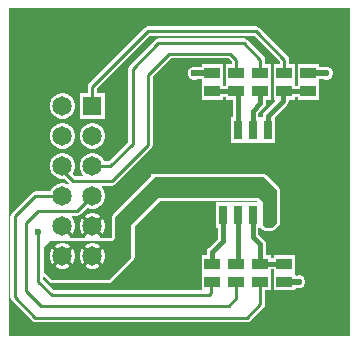
<source format=gtl>
G04*
G04 #@! TF.GenerationSoftware,Altium Limited,Altium Designer,23.4.1 (23)*
G04*
G04 Layer_Physical_Order=1*
G04 Layer_Color=255*
%FSLAX25Y25*%
%MOIN*%
G70*
G04*
G04 #@! TF.SameCoordinates,985B102E-A1E5-4F21-A819-21D10D55B489*
G04*
G04*
G04 #@! TF.FilePolarity,Positive*
G04*
G01*
G75*
%ADD12R,0.02559X0.06496*%
%ADD13R,0.05315X0.03740*%
%ADD14R,0.05733X0.05136*%
%ADD19C,0.01000*%
%ADD20C,0.01968*%
%ADD21C,0.01575*%
%ADD22C,0.06496*%
%ADD23R,0.06496X0.06496*%
%ADD24C,0.02362*%
G36*
X215480Y293920D02*
X101520D01*
Y403280D01*
X215480D01*
Y293920D01*
D02*
G37*
%LPC*%
G36*
X184000Y397029D02*
X148000D01*
X147415Y396913D01*
X146919Y396581D01*
X128419Y378081D01*
X128087Y377585D01*
X127971Y377000D01*
Y374748D01*
X125252D01*
Y366252D01*
X133748D01*
Y374748D01*
X131029D01*
Y376366D01*
X148634Y393971D01*
X183367D01*
X191971Y385367D01*
Y384370D01*
X189842D01*
Y378768D01*
X189842Y378630D01*
Y378268D01*
X189842Y378130D01*
Y372528D01*
X190297D01*
X190488Y372066D01*
X186821Y368398D01*
X186426Y367807D01*
X186287Y367109D01*
X185973Y366748D01*
X185780D01*
X185721Y366748D01*
X185280D01*
X184822Y366994D01*
Y368245D01*
X186789Y370211D01*
X186789Y370211D01*
X187184Y370803D01*
X187322Y371500D01*
Y372528D01*
X189157D01*
Y378130D01*
X189157Y378268D01*
Y378630D01*
X189157Y378768D01*
Y384370D01*
X187029D01*
Y386000D01*
X186913Y386585D01*
X186581Y387081D01*
X181081Y392581D01*
X180585Y392913D01*
X180000Y393029D01*
X151500D01*
X150915Y392913D01*
X150419Y392581D01*
X141919Y384081D01*
X141587Y383585D01*
X141471Y383000D01*
Y358633D01*
X134866Y352029D01*
X133488D01*
X133458Y352140D01*
X132899Y353108D01*
X132108Y353899D01*
X131140Y354458D01*
X130059Y354748D01*
X128941D01*
X127860Y354458D01*
X126892Y353899D01*
X126101Y353108D01*
X125541Y352140D01*
X125252Y351059D01*
Y349941D01*
X125541Y348860D01*
X126101Y347892D01*
X126463Y347529D01*
X126256Y347029D01*
X123634D01*
X122835Y347828D01*
X122899Y347892D01*
X123459Y348860D01*
X123748Y349941D01*
Y351059D01*
X123459Y352140D01*
X122899Y353108D01*
X122108Y353899D01*
X121140Y354458D01*
X120059Y354748D01*
X118941D01*
X117860Y354458D01*
X116892Y353899D01*
X116101Y353108D01*
X115542Y352140D01*
X115252Y351059D01*
Y349941D01*
X115542Y348860D01*
X116101Y347892D01*
X116892Y347101D01*
X117860Y346542D01*
X118941Y346252D01*
X120059D01*
X120080Y346257D01*
X121522Y344815D01*
X121215Y344415D01*
X121140Y344459D01*
X120059Y344748D01*
X118941D01*
X117860Y344459D01*
X116892Y343899D01*
X116101Y343108D01*
X115542Y342140D01*
X115512Y342029D01*
X110500D01*
X109915Y341913D01*
X109419Y341581D01*
X102615Y334778D01*
X102284Y334282D01*
X102167Y333697D01*
Y306803D01*
X102284Y306218D01*
X102615Y305722D01*
X109419Y298919D01*
X109915Y298587D01*
X110500Y298471D01*
X181000D01*
X181585Y298587D01*
X182081Y298919D01*
X186581Y303419D01*
X186913Y303915D01*
X187029Y304500D01*
Y309028D01*
X189157D01*
Y314768D01*
X189157D01*
Y315130D01*
X189157D01*
Y316178D01*
X189842D01*
Y315268D01*
X189842Y315130D01*
Y314768D01*
X189842Y314630D01*
Y309028D01*
X197158D01*
Y309553D01*
X197658Y309805D01*
X197866Y309719D01*
X198734D01*
X199536Y310051D01*
X200149Y310665D01*
X200481Y311466D01*
Y312334D01*
X200149Y313136D01*
X199536Y313749D01*
X198734Y314081D01*
X197866D01*
X197658Y313995D01*
X197158Y314251D01*
X197158Y315130D01*
X197158Y315268D01*
Y320870D01*
X189842D01*
Y319822D01*
X189157D01*
Y320870D01*
X187322D01*
Y324500D01*
X187184Y325197D01*
X186789Y325789D01*
X186789Y325789D01*
X184822Y327755D01*
Y329802D01*
X185142Y329874D01*
X185322Y329898D01*
X185747Y329827D01*
X185779Y329779D01*
X186208Y329350D01*
X186291Y329294D01*
X186362Y329223D01*
X186455Y329185D01*
X186539Y329129D01*
X186545Y329128D01*
X186705Y329061D01*
X186710Y329058D01*
X186809Y329038D01*
X186902Y329000D01*
X187002Y329000D01*
X187100Y328980D01*
X189299D01*
X189299Y328980D01*
X189400Y328980D01*
X189498Y329000D01*
X189599Y329000D01*
X189658Y329025D01*
X189722Y329033D01*
X189722Y329033D01*
X189754Y329051D01*
X189790Y329058D01*
X189795Y329061D01*
X189795Y329061D01*
X189955Y329128D01*
X189961Y329129D01*
X190044Y329185D01*
X190137Y329223D01*
X190208Y329294D01*
X190292Y329350D01*
X190363Y329421D01*
X190363Y329421D01*
X190363Y329421D01*
X191650Y330708D01*
X191706Y330791D01*
X191777Y330862D01*
X191815Y330955D01*
X191871Y331039D01*
X191872Y331045D01*
X191939Y331205D01*
X191942Y331210D01*
X191962Y331309D01*
X192000Y331402D01*
X192000Y331502D01*
X192020Y331600D01*
Y342299D01*
X192020Y342299D01*
X192020Y342400D01*
X192000Y342498D01*
X192000Y342599D01*
X191975Y342658D01*
X191967Y342722D01*
X191967Y342722D01*
X191949Y342754D01*
X191942Y342790D01*
X191939Y342795D01*
X191939Y342795D01*
X191872Y342955D01*
X191871Y342961D01*
X191815Y343044D01*
X191777Y343137D01*
X191706Y343208D01*
X191650Y343292D01*
X191579Y343363D01*
X191579Y343363D01*
X191579Y343363D01*
X187492Y347450D01*
X187409Y347505D01*
X187339Y347576D01*
X187245Y347615D01*
X187161Y347671D01*
X187155Y347672D01*
X186995Y347739D01*
X186990Y347742D01*
X186891Y347762D01*
X186797Y347800D01*
X186698Y347800D01*
X186600Y347820D01*
X150400D01*
X150302Y347800D01*
X150201Y347800D01*
X150174Y347795D01*
X150174Y347795D01*
X150076Y347775D01*
X149983Y347737D01*
X149917Y347723D01*
X149134D01*
Y347075D01*
X136350Y334292D01*
X136294Y334209D01*
X136223Y334138D01*
X136185Y334045D01*
X136129Y333961D01*
X136128Y333956D01*
X136061Y333795D01*
X136058Y333790D01*
X136038Y333691D01*
X136000Y333597D01*
X136000Y333498D01*
X135980Y333400D01*
Y332155D01*
X135980Y326922D01*
X135578Y326520D01*
X132102D01*
X131968Y327020D01*
X132080Y327084D01*
X129500Y329665D01*
X126920Y327084D01*
X127032Y327020D01*
X126898Y326520D01*
X122102D01*
X121968Y327020D01*
X122080Y327084D01*
X119082Y330082D01*
X119918Y330918D01*
X122915Y327920D01*
X123459Y328860D01*
X123748Y329941D01*
Y331059D01*
X123459Y332140D01*
X122899Y333108D01*
X122537Y333471D01*
X122744Y333971D01*
X124500D01*
X125085Y334087D01*
X125581Y334419D01*
X127761Y336598D01*
X127860Y336542D01*
X128941Y336252D01*
X130059D01*
X131140Y336542D01*
X132108Y337101D01*
X132899Y337892D01*
X133458Y338860D01*
X133748Y339941D01*
Y341059D01*
X133458Y342140D01*
X132899Y343108D01*
X132537Y343471D01*
X132744Y343971D01*
X136000D01*
X136585Y344087D01*
X137081Y344419D01*
X149081Y356419D01*
X149413Y356915D01*
X149529Y357500D01*
Y380366D01*
X155633Y386471D01*
X174866D01*
X175971Y385367D01*
Y384370D01*
X173843D01*
Y378768D01*
X173843Y378630D01*
Y378268D01*
X173843Y378130D01*
Y377220D01*
X173158D01*
Y378130D01*
X173158Y378268D01*
Y378630D01*
X173158Y378768D01*
Y384370D01*
X165842D01*
Y383523D01*
X164315D01*
X163934Y383681D01*
X163066D01*
X162265Y383349D01*
X161651Y382735D01*
X161319Y381934D01*
Y381066D01*
X161651Y380264D01*
X162265Y379651D01*
X163066Y379319D01*
X163934D01*
X164315Y379477D01*
X165842D01*
Y378768D01*
X165842Y378630D01*
Y378268D01*
X165842Y378130D01*
Y372528D01*
X173158D01*
Y373575D01*
X173843D01*
Y372528D01*
X176178D01*
Y366748D01*
X175721D01*
Y358252D01*
X180220D01*
X180280Y358252D01*
X180720D01*
X180780Y358252D01*
X185221D01*
X185280Y358252D01*
X185721D01*
X185780Y358252D01*
X190279D01*
Y366702D01*
X194376Y370799D01*
X194376Y370799D01*
X194772Y371390D01*
X194910Y372088D01*
X195068Y372528D01*
X197158D01*
Y373575D01*
X197843D01*
Y372528D01*
X205157D01*
Y378130D01*
X205157Y378268D01*
Y378630D01*
X205157Y378768D01*
Y379477D01*
X206685D01*
X207066Y379319D01*
X207934D01*
X208735Y379651D01*
X209349Y380264D01*
X209681Y381066D01*
Y381934D01*
X209349Y382735D01*
X208735Y383349D01*
X207934Y383681D01*
X207066D01*
X206685Y383523D01*
X205157D01*
Y384370D01*
X197843D01*
Y378768D01*
X197843Y378630D01*
Y378268D01*
X197843Y378130D01*
Y377220D01*
X197158D01*
Y378130D01*
X197158Y378268D01*
Y378630D01*
X197158Y378768D01*
Y384370D01*
X195029D01*
Y386000D01*
X194913Y386585D01*
X194581Y387081D01*
X185081Y396581D01*
X184585Y396913D01*
X184000Y397029D01*
D02*
G37*
G36*
X120059Y374748D02*
X118941D01*
X117860Y374459D01*
X116892Y373899D01*
X116101Y373108D01*
X115542Y372140D01*
X115252Y371059D01*
Y369941D01*
X115542Y368860D01*
X116101Y367892D01*
X116892Y367101D01*
X117860Y366542D01*
X118941Y366252D01*
X120059D01*
X121140Y366542D01*
X122108Y367101D01*
X122899Y367892D01*
X123459Y368860D01*
X123748Y369941D01*
Y371059D01*
X123459Y372140D01*
X122899Y373108D01*
X122108Y373899D01*
X121140Y374459D01*
X120059Y374748D01*
D02*
G37*
G36*
X130059Y364748D02*
X128941D01*
X127860Y364458D01*
X126892Y363899D01*
X126101Y363108D01*
X125541Y362140D01*
X125252Y361059D01*
Y359941D01*
X125541Y358860D01*
X126101Y357892D01*
X126892Y357101D01*
X127860Y356541D01*
X128941Y356252D01*
X130059D01*
X131140Y356541D01*
X132108Y357101D01*
X132899Y357892D01*
X133458Y358860D01*
X133748Y359941D01*
Y361059D01*
X133458Y362140D01*
X132899Y363108D01*
X132108Y363899D01*
X131140Y364458D01*
X130059Y364748D01*
D02*
G37*
G36*
X120059D02*
X118941D01*
X117860Y364458D01*
X116892Y363899D01*
X116101Y363108D01*
X115542Y362140D01*
X115252Y361059D01*
Y359941D01*
X115542Y358860D01*
X116101Y357892D01*
X116892Y357101D01*
X117860Y356541D01*
X118941Y356252D01*
X120059D01*
X121140Y356541D01*
X122108Y357101D01*
X122899Y357892D01*
X123459Y358860D01*
X123748Y359941D01*
Y361059D01*
X123459Y362140D01*
X122899Y363108D01*
X122108Y363899D01*
X121140Y364458D01*
X120059Y364748D01*
D02*
G37*
G36*
X130059Y334748D02*
X128941D01*
X127860Y334458D01*
X126920Y333915D01*
X129500Y331335D01*
X132080Y333915D01*
X131140Y334458D01*
X130059Y334748D01*
D02*
G37*
G36*
X126084Y333080D02*
X125541Y332140D01*
X125252Y331059D01*
Y329941D01*
X125541Y328860D01*
X126084Y327920D01*
X128665Y330500D01*
X126084Y333080D01*
D02*
G37*
G36*
X132915Y333080D02*
X130335Y330500D01*
X132915Y327920D01*
X133458Y328860D01*
X133748Y329941D01*
Y331059D01*
X133458Y332140D01*
X132915Y333080D01*
D02*
G37*
%LPD*%
G36*
X184254Y338902D02*
X183987Y338402D01*
X180780D01*
X180720Y338402D01*
X180280D01*
X180220Y338402D01*
X175779D01*
X175721Y338402D01*
X175279D01*
X175221Y338402D01*
X170721D01*
Y329906D01*
X171178D01*
Y326255D01*
X168211Y323289D01*
X167816Y322697D01*
X167678Y322000D01*
X167678Y322000D01*
Y320870D01*
X165842D01*
Y315268D01*
X165842Y315130D01*
Y314768D01*
X165842Y314630D01*
Y309029D01*
X116633D01*
X113029Y312633D01*
Y313375D01*
X113491Y313567D01*
X115208Y311850D01*
X115291Y311794D01*
X115362Y311723D01*
X115455Y311685D01*
X115539Y311629D01*
X115544Y311628D01*
X115705Y311561D01*
X115710Y311558D01*
X115809Y311538D01*
X115902Y311500D01*
X116002Y311500D01*
X116100Y311480D01*
X134799D01*
X134799Y311480D01*
X134899Y311480D01*
X134998Y311500D01*
X135099Y311500D01*
X135158Y311525D01*
X135222Y311533D01*
X135222Y311533D01*
X135254Y311551D01*
X135290Y311558D01*
X135295Y311561D01*
X135295Y311561D01*
X135455Y311628D01*
X135461Y311629D01*
X135544Y311685D01*
X135637Y311723D01*
X135708Y311794D01*
X135792Y311850D01*
X135863Y311921D01*
X135863Y311921D01*
X135863Y311921D01*
X143150Y319208D01*
X143206Y319291D01*
X143277Y319362D01*
X143315Y319455D01*
X143371Y319539D01*
X143372Y319545D01*
X143439Y319705D01*
X143442Y319710D01*
X143462Y319809D01*
X143500Y319902D01*
X143500Y320002D01*
X143520Y320100D01*
Y330578D01*
X151922Y338980D01*
X184202D01*
X184254Y338902D01*
D02*
G37*
G36*
X186604Y346797D02*
X186765Y346730D01*
X186771Y346729D01*
X190858Y342642D01*
X190929Y342571D01*
X190930Y342565D01*
X190997Y342404D01*
X191000Y342400D01*
X191000Y342400D01*
X191000Y342299D01*
X191000Y342299D01*
Y331600D01*
X190997Y331596D01*
X190930Y331435D01*
X190929Y331429D01*
X189642Y330142D01*
X189571Y330071D01*
X189565Y330070D01*
X189404Y330003D01*
X189400Y330000D01*
X189400Y330000D01*
X189299Y330000D01*
X189299Y330000D01*
X187100D01*
X187096Y330003D01*
X186935Y330070D01*
X186929Y330071D01*
X186500Y330500D01*
Y338500D01*
X185000Y340000D01*
X151500D01*
X142500Y331000D01*
Y320100D01*
X142497Y320096D01*
X142430Y319935D01*
X142429Y319929D01*
X135142Y312642D01*
X135071Y312571D01*
X135065Y312570D01*
X134904Y312503D01*
X134900Y312500D01*
X134900Y312500D01*
X134799Y312500D01*
X134799Y312500D01*
X116100D01*
X116096Y312503D01*
X115935Y312570D01*
X115929Y312571D01*
X113500Y315000D01*
Y323500D01*
X115500Y325500D01*
X136000D01*
X137000Y326500D01*
X137000Y332155D01*
Y333400D01*
X137003Y333404D01*
X137070Y333565D01*
X137071Y333571D01*
X150275Y346775D01*
X150373Y346795D01*
X150374Y346795D01*
X150400Y346800D01*
X186600D01*
X186604Y346797D01*
D02*
G37*
%LPC*%
G36*
X130059Y324748D02*
X128941D01*
X127860Y324459D01*
X126920Y323916D01*
X129500Y321335D01*
X132080Y323916D01*
X131140Y324459D01*
X130059Y324748D01*
D02*
G37*
G36*
X120059D02*
X118941D01*
X117860Y324459D01*
X116920Y323916D01*
X119500Y321335D01*
X122080Y323916D01*
X121140Y324459D01*
X120059Y324748D01*
D02*
G37*
G36*
X116085Y323080D02*
X115542Y322140D01*
X115252Y321059D01*
Y319941D01*
X115542Y318860D01*
X116085Y317920D01*
X118665Y320500D01*
X116085Y323080D01*
D02*
G37*
G36*
X126084D02*
X125541Y322140D01*
X125252Y321059D01*
Y319941D01*
X125541Y318860D01*
X126084Y317920D01*
X128665Y320500D01*
X126084Y323080D01*
D02*
G37*
G36*
X132915Y323080D02*
X130335Y320500D01*
X132915Y317920D01*
X133458Y318860D01*
X133748Y319941D01*
Y321059D01*
X133458Y322140D01*
X132915Y323080D01*
D02*
G37*
G36*
X122915D02*
X120335Y320500D01*
X122915Y317920D01*
X123459Y318860D01*
X123748Y319941D01*
Y321059D01*
X123459Y322140D01*
X122915Y323080D01*
D02*
G37*
G36*
X129500Y319665D02*
X126920Y317085D01*
X127860Y316542D01*
X128941Y316252D01*
X130059D01*
X131140Y316542D01*
X132080Y317085D01*
X129500Y319665D01*
D02*
G37*
G36*
X119500D02*
X116920Y317085D01*
X117860Y316542D01*
X118941Y316252D01*
X120059D01*
X121140Y316542D01*
X122080Y317085D01*
X119500Y319665D01*
D02*
G37*
%LPD*%
D12*
X188000Y362500D02*
D03*
X183000D02*
D03*
X178000D02*
D03*
X173000D02*
D03*
Y334154D02*
D03*
X178000D02*
D03*
X183000D02*
D03*
X188000D02*
D03*
D13*
X201500Y381500D02*
D03*
Y375398D02*
D03*
X185500D02*
D03*
Y381500D02*
D03*
X193500Y375398D02*
D03*
Y381500D02*
D03*
X177500Y311898D02*
D03*
Y318000D02*
D03*
X169500Y311898D02*
D03*
Y318000D02*
D03*
X185500Y311898D02*
D03*
Y318000D02*
D03*
X193500D02*
D03*
Y311898D02*
D03*
X169500Y375398D02*
D03*
Y381500D02*
D03*
X177500Y375398D02*
D03*
Y381500D02*
D03*
D14*
X163500Y344155D02*
D03*
Y350500D02*
D03*
X153000Y344155D02*
D03*
Y350500D02*
D03*
D19*
X136000Y345500D02*
X148000Y357500D01*
Y381000D01*
X155000Y388000D01*
X143000Y358000D02*
Y383000D01*
X135500Y350500D02*
X143000Y358000D01*
Y383000D02*
X151500Y391500D01*
X129500Y350500D02*
X135500D01*
X123000Y345500D02*
X136000D01*
X110500Y300000D02*
X181000D01*
X103697Y306803D02*
Y333697D01*
Y306803D02*
X110500Y300000D01*
X112500Y304000D02*
X175000D01*
X107500Y309000D02*
Y331500D01*
Y309000D02*
X112500Y304000D01*
X111500Y312000D02*
X116000Y307500D01*
X111500Y312000D02*
Y328500D01*
X107500Y331500D02*
X111500Y335500D01*
X116000Y307500D02*
X168414D01*
X111500Y335500D02*
X124500D01*
X103697Y333697D02*
X110500Y340500D01*
X119500D01*
X169000Y308086D02*
Y311398D01*
X168414Y307500D02*
X169000Y308086D01*
Y311398D02*
X169500Y311898D01*
X124500Y335500D02*
X129500Y340500D01*
X175000Y304000D02*
X177500Y306500D01*
X185500Y304500D02*
Y311898D01*
X181000Y300000D02*
X185500Y304500D01*
X177500Y306500D02*
Y311898D01*
X184000Y395500D02*
X193500Y386000D01*
Y381500D02*
Y386000D01*
X148000Y395500D02*
X184000D01*
X151500Y391500D02*
X180000D01*
X185500Y381500D02*
Y386000D01*
X180000Y391500D02*
X185500Y386000D01*
X175500Y388000D02*
X177500Y386000D01*
Y381500D02*
Y386000D01*
X155000Y388000D02*
X175500D01*
X129500Y370500D02*
Y377000D01*
X148000Y395500D01*
X119500Y349013D02*
Y350500D01*
Y349013D02*
X121107Y347405D01*
Y347393D02*
Y347405D01*
Y347393D02*
X123000Y345500D01*
D20*
X193500Y311898D02*
X193501Y311899D01*
X198299D01*
X198300Y311900D01*
X163500Y381500D02*
X169500D01*
X201500D02*
X207500D01*
D21*
X185500Y318000D02*
X193500D01*
X185500D02*
Y324500D01*
X183000Y327000D02*
X185500Y324500D01*
X183000Y327000D02*
Y334154D01*
X178000Y318500D02*
Y334154D01*
X177500Y318000D02*
X178000Y318500D01*
X169500Y318000D02*
Y322000D01*
X173000Y325500D02*
Y334154D01*
X169500Y322000D02*
X173000Y325500D01*
X188000Y362500D02*
X188109Y362609D01*
Y367109D01*
X193088Y372088D01*
Y374985D01*
X193500Y375398D01*
X201500D01*
X185500Y371500D02*
Y375398D01*
X183000Y369000D02*
X185500Y371500D01*
X183000Y362500D02*
Y369000D01*
X178000Y362500D02*
Y374898D01*
X177500Y375398D02*
X178000Y374898D01*
X169500Y375398D02*
X177500D01*
D22*
X119500Y340500D02*
D03*
X129500D02*
D03*
X119500Y360500D02*
D03*
X129500D02*
D03*
X119500Y370500D02*
D03*
X129500Y350500D02*
D03*
X119500D02*
D03*
X129500Y330500D02*
D03*
Y320500D02*
D03*
X119500Y330500D02*
D03*
Y320500D02*
D03*
D23*
X129500Y370500D02*
D03*
D24*
X209900Y400800D02*
D03*
X204900Y390800D02*
D03*
X209900Y360800D02*
D03*
X204900Y350800D02*
D03*
X209900Y340800D02*
D03*
X204900Y330800D02*
D03*
X209900Y320800D02*
D03*
X204900Y310800D02*
D03*
X199900Y400800D02*
D03*
X194900Y390800D02*
D03*
Y350800D02*
D03*
X199900Y340800D02*
D03*
X194900Y330800D02*
D03*
X189900Y400800D02*
D03*
X184900Y350800D02*
D03*
X179900Y400800D02*
D03*
X174900Y370800D02*
D03*
Y350800D02*
D03*
X169900Y400800D02*
D03*
X164900Y370800D02*
D03*
X169900Y360800D02*
D03*
X164900Y330800D02*
D03*
X159900Y400800D02*
D03*
Y380800D02*
D03*
X154900Y370800D02*
D03*
X159900Y360800D02*
D03*
X154900Y330800D02*
D03*
X159900Y320800D02*
D03*
X154900Y310800D02*
D03*
X149900Y400800D02*
D03*
Y320800D02*
D03*
X144900Y310800D02*
D03*
X139900Y400800D02*
D03*
X134900Y390800D02*
D03*
X139900Y380800D02*
D03*
Y360800D02*
D03*
Y340800D02*
D03*
X129900Y400800D02*
D03*
X124900Y390800D02*
D03*
X119900Y400800D02*
D03*
X114900Y390800D02*
D03*
X119900Y380800D02*
D03*
X109900Y400800D02*
D03*
X104900Y390800D02*
D03*
X109900Y380800D02*
D03*
X104900Y370800D02*
D03*
X109900Y360800D02*
D03*
X104900Y350800D02*
D03*
X187600Y343500D02*
D03*
X198300Y311900D02*
D03*
X111500Y328500D02*
D03*
X163500Y381500D02*
D03*
X207500D02*
D03*
M02*

</source>
